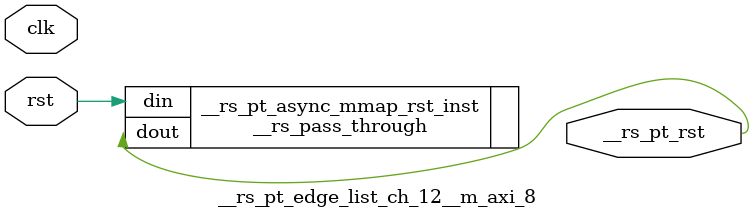
<source format=v>
`timescale 1 ns / 1 ps
/**   Generated by RapidStream   **/
module __rs_pt_edge_list_ch_12__m_axi_8 #(
    parameter BufferSize         = 32,
    parameter BufferSizeLog      = 5,
    parameter AddrWidth          = 64,
    parameter AxiSideAddrWidth   = 64,
    parameter DataWidth          = 512,
    parameter DataWidthBytesLog  = 6,
    parameter WaitTimeWidth      = 4,
    parameter BurstLenWidth      = 8,
    parameter EnableReadChannel  = 1,
    parameter EnableWriteChannel = 1,
    parameter MaxWaitTime        = 3,
    parameter MaxBurstLen        = 15
) (
    output wire __rs_pt_rst,
    input wire  clk,
    input wire  rst
);




__rs_pass_through #(
    .WIDTH (1)
) __rs_pt_async_mmap_rst_inst /**   Generated by RapidStream   **/ (
    .din  (rst),
    .dout (__rs_pt_rst)
);

endmodule  // __rs_pt_edge_list_ch_12__m_axi_8
</source>
